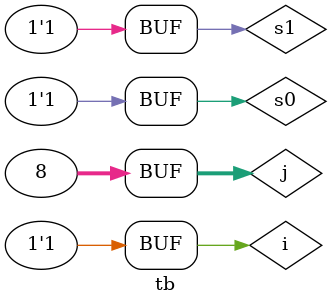
<source format=v>
module demux(input i, s0,s1, output d0,d1,d2,d3);
	wire not0, not1;
	not (not0,s0);
	not (not1,s1);
	and (d0,i,not1,not0);
	and (d1,i,not1,s0);
	and (d2,i,s1,not0);
	and (d3,i,s1,s0);
endmodule


module tb();
	reg i,s0,s1;
	wire d0,d1,d2,d3;
	integer j;

	demux dmux(i,s0,s1,d0,d1,d2,d3);

	initial  begin
		for(j=0; j<8;j=j+1) begin
			{i,s0,s1} = j;
			#1;
		end
	end
endmodule
		
</source>
